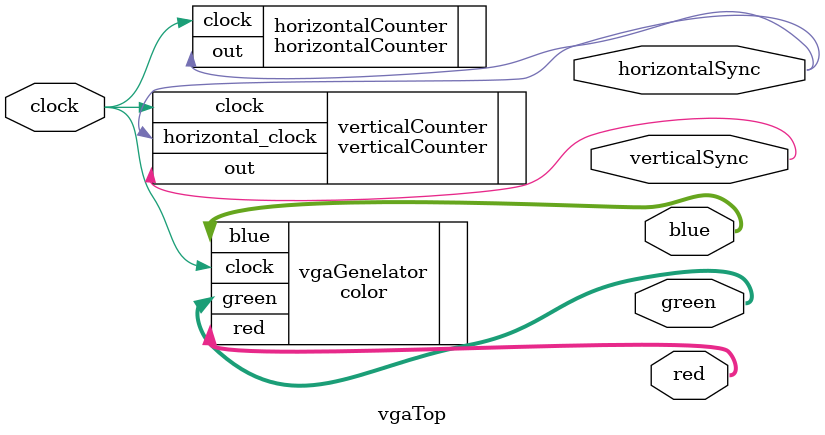
<source format=v>
`timescale 1ns / 1ps

module vgaTop(
    input      clock,
    output     horizontalSync,
    output     verticalSync,
    output [3:0] red,
    output [3:0] green,
    output [3:0] blue
);

    wire horizontalSyncWire, verticalSyncWire;

    color vgaGenelator(.clock(clock), .red(red), .green(green), .blue(blue));
    horizontalCounter horizontalCounter(.clock(clock), .out(horizontalSync));
    verticalCounter verticalCounter(.clock(clock), .horizontal_clock(horizontalSync), .out(verticalSync));

endmodule

</source>
